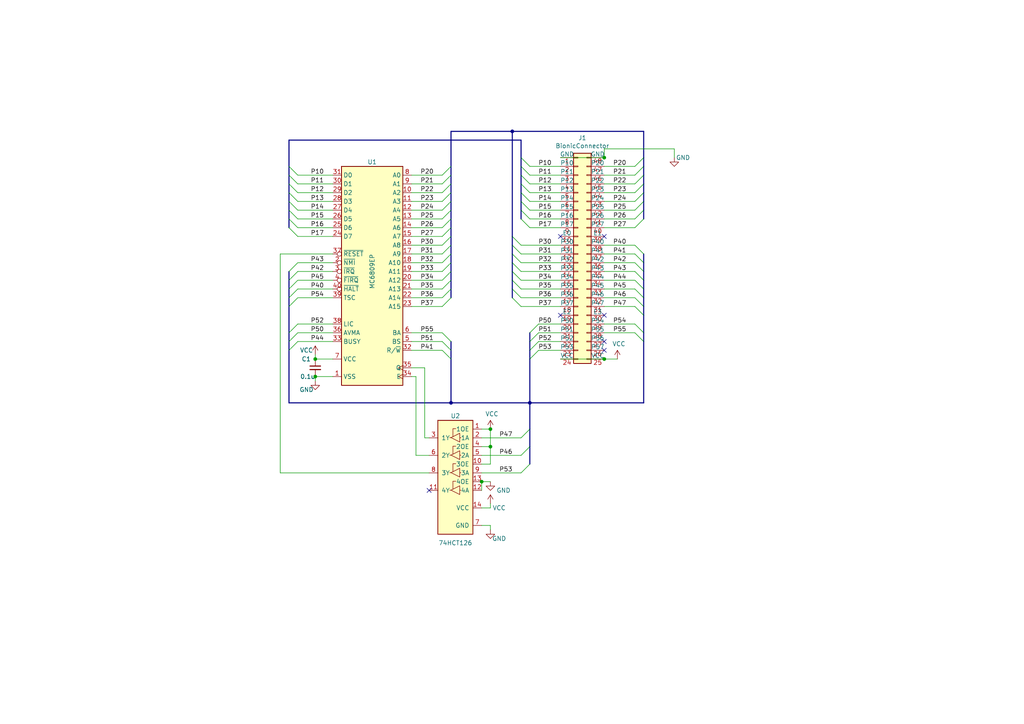
<source format=kicad_sch>
(kicad_sch (version 20211123) (generator eeschema)
  (paper "A4")
  (title_block (title "BionicMC6809E Mezzanine") (date "2022-01-18") (rev "3") (company "Tadashi G. Takaoka"))
  (lib_symbols
    (symbol "0-LocalLibrary:74HCT126" (pin_names (offset 1.016))
      (property "Reference" "U" (at 0 16.51 0))
      (property "Value" "74HCT126" (at 0 -19.05 0))
      (symbol "74HCT126_0_1"
        (polyline (pts (xy -1.2954 10.2108) (xy -1.6002 10.2108)))
        (polyline (pts (xy 1.2954 10.2362) (xy 1.651 10.2362)))
        (polyline (pts (xy 0.7112 10.5664) (xy 0.7112 12.827) (xy -0.127 12.827) (xy -0.1016 12.827)))
      )
      (symbol "74HCT126_1_0"
        (polyline (pts (xy 1.27 10.2362) (xy -1.27 11.5062) (xy -1.27 8.9662) (xy 1.27 10.2362)) (stroke (width 0.1524)))
        (pin input line (at -7.62 12.7 0) (length 2.54) (name "1OE") (number "1"))
        (pin input line (at -7.62 2.54 0) (length 2.54) (name "3OE") (number "10"))
        (pin tri_state line (at 7.62 -5.08 180) (length 2.54) (name "4Y") (number "11"))
        (pin input line (at -7.62 -5.08 0) (length 2.54) (name "4A") (number "12"))
        (pin input line (at -7.62 -2.54 0) (length 2.54) (name "4OE") (number "13"))
        (pin power_in line (at -7.62 -10.16 0) (length 2.54) (name "VCC") (number "14"))
        (pin input line (at -7.62 10.16 0) (length 2.54) (name "1A") (number "2"))
        (pin tri_state line (at 7.62 10.16 180) (length 2.54) (name "1Y") (number "3"))
        (pin input line (at -7.62 7.62 0) (length 2.54) (name "2OE") (number "4"))
        (pin input line (at -7.62 5.08 0) (length 2.54) (name "2A") (number "5"))
        (pin tri_state line (at 7.62 5.08 180) (length 2.54) (name "2Y") (number "6"))
        (pin power_in line (at -7.62 -15.24 0) (length 2.54) (name "GND") (number "7"))
        (pin tri_state line (at 7.62 0 180) (length 2.54) (name "3Y") (number "8"))
        (pin input line (at -7.62 0 0) (length 2.54) (name "3A") (number "9"))
      )
      (symbol "74HCT126_1_1"
        (rectangle (start -5.08 15.24) (end 5.08 -17.78) (stroke (width 0.254)) (fill (type background)))
        (polyline (pts (xy -1.2954 -5.0292) (xy -1.6002 -5.0292)))
        (polyline (pts (xy -1.2954 0.0508) (xy -1.6002 0.0508)))
        (polyline (pts (xy -1.2954 5.1308) (xy -1.6002 5.1308)))
        (polyline (pts (xy 1.2954 -5.0038) (xy 1.651 -5.0038)))
        (polyline (pts (xy 1.2954 0.0762) (xy 1.651 0.0762)))
        (polyline (pts (xy 1.2954 5.1562) (xy 1.651 5.1562)))
        (polyline (pts (xy 0.7112 -4.6736) (xy 0.7112 -2.413) (xy -0.127 -2.413) (xy -0.1016 -2.413)))
        (polyline (pts (xy 0.7112 0.4064) (xy 0.7112 2.667) (xy -0.127 2.667) (xy -0.1016 2.667)))
        (polyline (pts (xy 0.7112 5.4864) (xy 0.7112 7.747) (xy -0.127 7.747) (xy -0.1016 7.747)))
        (polyline (pts (xy 1.27 -5.0038) (xy -1.27 -3.7338) (xy -1.27 -6.2738) (xy 1.27 -5.0038)) (stroke (width 0.1524)))
        (polyline (pts (xy 1.27 0.0762) (xy -1.27 1.3462) (xy -1.27 -1.1938) (xy 1.27 0.0762)) (stroke (width 0.1524)))
        (polyline (pts (xy 1.27 5.1562) (xy -1.27 6.4262) (xy -1.27 3.8862) (xy 1.27 5.1562)) (stroke (width 0.1524)))
      )
    )
    (symbol "0-LocalLibrary:BionicConnector" (pin_names (offset 0))
      (property "Reference" "J" (at 1.27 30.48 0))
      (property "Value" "BionicConnector" (at 3.81 33.02 0))
      (symbol "BionicConnector_1_1"
        (rectangle (start -1.27 -30.353) (end 0 -30.607) (stroke (width 0.1524)))
        (rectangle (start -1.27 -27.813) (end 0 -28.067) (stroke (width 0.1524)))
        (rectangle (start -1.27 -25.273) (end 0 -25.527) (stroke (width 0.1524)))
        (rectangle (start -1.27 -22.733) (end 0 -22.987) (stroke (width 0.1524)))
        (rectangle (start -1.27 -20.193) (end 0 -20.447) (stroke (width 0.1524)))
        (rectangle (start -1.27 -17.653) (end 0 -17.907) (stroke (width 0.1524)))
        (rectangle (start -1.27 -15.113) (end 0 -15.367) (stroke (width 0.1524)))
        (rectangle (start -1.27 -12.573) (end 0 -12.827) (stroke (width 0.1524)))
        (rectangle (start -1.27 -10.033) (end 0 -10.287) (stroke (width 0.1524)))
        (rectangle (start -1.27 -7.493) (end 0 -7.747) (stroke (width 0.1524)))
        (rectangle (start -1.27 -4.953) (end 0 -5.207) (stroke (width 0.1524)))
        (rectangle (start -1.27 -2.413) (end 0 -2.667) (stroke (width 0.1524)))
        (rectangle (start -1.27 0.127) (end 0 -0.127) (stroke (width 0.1524)))
        (rectangle (start -1.27 2.667) (end 0 2.413) (stroke (width 0.1524)))
        (rectangle (start -1.27 5.207) (end 0 4.953) (stroke (width 0.1524)))
        (rectangle (start -1.27 7.747) (end 0 7.493) (stroke (width 0.1524)))
        (rectangle (start -1.27 10.287) (end 0 10.033) (stroke (width 0.1524)))
        (rectangle (start -1.27 12.827) (end 0 12.573) (stroke (width 0.1524)))
        (rectangle (start -1.27 15.367) (end 0 15.113) (stroke (width 0.1524)))
        (rectangle (start -1.27 17.907) (end 0 17.653) (stroke (width 0.1524)))
        (rectangle (start -1.27 20.447) (end 0 20.193) (stroke (width 0.1524)))
        (rectangle (start -1.27 22.987) (end 0 22.733) (stroke (width 0.1524)))
        (rectangle (start -1.27 25.527) (end 0 25.273) (stroke (width 0.1524)))
        (rectangle (start -1.27 28.067) (end 0 27.813) (stroke (width 0.1524)))
        (rectangle (start -1.27 29.21) (end 3.81 -31.75) (stroke (width 0.254)) (fill (type background)))
        (rectangle (start 3.81 -30.353) (end 2.54 -30.607) (stroke (width 0.1524)))
        (rectangle (start 3.81 -27.813) (end 2.54 -28.067) (stroke (width 0.1524)))
        (rectangle (start 3.81 -25.273) (end 2.54 -25.527) (stroke (width 0.1524)))
        (rectangle (start 3.81 -22.733) (end 2.54 -22.987) (stroke (width 0.1524)))
        (rectangle (start 3.81 -20.193) (end 2.54 -20.447) (stroke (width 0.1524)))
        (rectangle (start 3.81 -17.653) (end 2.54 -17.907) (stroke (width 0.1524)))
        (rectangle (start 3.81 -15.113) (end 2.54 -15.367) (stroke (width 0.1524)))
        (rectangle (start 3.81 -12.573) (end 2.54 -12.827) (stroke (width 0.1524)))
        (rectangle (start 3.81 -10.033) (end 2.54 -10.287) (stroke (width 0.1524)))
        (rectangle (start 3.81 -7.493) (end 2.54 -7.747) (stroke (width 0.1524)))
        (rectangle (start 3.81 -4.953) (end 2.54 -5.207) (stroke (width 0.1524)))
        (rectangle (start 3.81 -2.413) (end 2.54 -2.667) (stroke (width 0.1524)))
        (rectangle (start 3.81 0.127) (end 2.54 -0.127) (stroke (width 0.1524)))
        (rectangle (start 3.81 2.667) (end 2.54 2.413) (stroke (width 0.1524)))
        (rectangle (start 3.81 5.207) (end 2.54 4.953) (stroke (width 0.1524)))
        (rectangle (start 3.81 7.747) (end 2.54 7.493) (stroke (width 0.1524)))
        (rectangle (start 3.81 10.287) (end 2.54 10.033) (stroke (width 0.1524)))
        (rectangle (start 3.81 12.827) (end 2.54 12.573) (stroke (width 0.1524)))
        (rectangle (start 3.81 15.367) (end 2.54 15.113) (stroke (width 0.1524)))
        (rectangle (start 3.81 17.907) (end 2.54 17.653) (stroke (width 0.1524)))
        (rectangle (start 3.81 20.447) (end 2.54 20.193) (stroke (width 0.1524)))
        (rectangle (start 3.81 22.987) (end 2.54 22.733) (stroke (width 0.1524)))
        (rectangle (start 3.81 25.527) (end 2.54 25.273) (stroke (width 0.1524)))
        (rectangle (start 3.81 28.067) (end 2.54 27.813) (stroke (width 0.1524)))
        (pin power_out line (at -5.08 27.94 0) (length 3.81) (name "GND") (number "1"))
        (pin bidirectional line (at -5.08 5.08 0) (length 3.81) (name "E0") (number "10"))
        (pin bidirectional line (at -5.08 2.54 0) (length 3.81) (name "P30") (number "11"))
        (pin bidirectional line (at -5.08 0 0) (length 3.81) (name "P31") (number "12"))
        (pin bidirectional line (at -5.08 -2.54 0) (length 3.81) (name "P32") (number "13"))
        (pin bidirectional line (at -5.08 -5.08 0) (length 3.81) (name "P33") (number "14"))
        (pin bidirectional line (at -5.08 -7.62 0) (length 3.81) (name "P34") (number "15"))
        (pin bidirectional line (at -5.08 -10.16 0) (length 3.81) (name "P35") (number "16"))
        (pin bidirectional line (at -5.08 -12.7 0) (length 3.81) (name "P36") (number "17"))
        (pin bidirectional line (at -5.08 -15.24 0) (length 3.81) (name "P37") (number "18"))
        (pin bidirectional line (at -5.08 -17.78 0) (length 3.81) (name "E2") (number "19"))
        (pin bidirectional line (at -5.08 25.4 0) (length 3.81) (name "P10") (number "2"))
        (pin bidirectional line (at -5.08 -20.32 0) (length 3.81) (name "P50") (number "20"))
        (pin bidirectional line (at -5.08 -22.86 0) (length 3.81) (name "P51") (number "21"))
        (pin bidirectional line (at -5.08 -25.4 0) (length 3.81) (name "P52") (number "22"))
        (pin bidirectional line (at -5.08 -27.94 0) (length 3.81) (name "P53") (number "23"))
        (pin power_out line (at -5.08 -30.48 0) (length 3.81) (name "VCC") (number "24"))
        (pin power_in line (at 7.62 -30.48 180) (length 3.81) (name "VCC") (number "25"))
        (pin bidirectional line (at 7.62 -27.94 180) (length 3.81) (name "P57") (number "26"))
        (pin bidirectional line (at 7.62 -25.4 180) (length 3.81) (name "P56") (number "27"))
        (pin bidirectional line (at 7.62 -22.86 180) (length 3.81) (name "P55") (number "28"))
        (pin bidirectional line (at 7.62 -20.32 180) (length 3.81) (name "P54") (number "29"))
        (pin bidirectional line (at -5.08 22.86 0) (length 3.81) (name "P11") (number "3"))
        (pin bidirectional line (at 7.62 -17.78 180) (length 3.81) (name "E3") (number "30"))
        (pin bidirectional line (at 7.62 -15.24 180) (length 3.81) (name "P47") (number "31"))
        (pin bidirectional line (at 7.62 -12.7 180) (length 3.81) (name "P46") (number "32"))
        (pin bidirectional line (at 7.62 -10.16 180) (length 3.81) (name "P45") (number "33"))
        (pin bidirectional line (at 7.62 -7.62 180) (length 3.81) (name "P44") (number "34"))
        (pin bidirectional line (at 7.62 -5.08 180) (length 3.81) (name "P43") (number "35"))
        (pin bidirectional line (at 7.62 -2.54 180) (length 3.81) (name "P42") (number "36"))
        (pin bidirectional line (at 7.62 0 180) (length 3.81) (name "P41") (number "37"))
        (pin bidirectional line (at 7.62 2.54 180) (length 3.81) (name "P40") (number "38"))
        (pin bidirectional line (at 7.62 5.08 180) (length 3.81) (name "E1") (number "39"))
        (pin bidirectional line (at -5.08 20.32 0) (length 3.81) (name "P12") (number "4"))
        (pin bidirectional line (at 7.62 7.62 180) (length 3.81) (name "P27") (number "40"))
        (pin bidirectional line (at 7.62 10.16 180) (length 3.81) (name "P26") (number "41"))
        (pin bidirectional line (at 7.62 12.7 180) (length 3.81) (name "P25") (number "42"))
        (pin bidirectional line (at 7.62 15.24 180) (length 3.81) (name "P24") (number "43"))
        (pin bidirectional line (at 7.62 17.78 180) (length 3.81) (name "P23") (number "44"))
        (pin bidirectional line (at 7.62 20.32 180) (length 3.81) (name "P22") (number "45"))
        (pin bidirectional line (at 7.62 22.86 180) (length 3.81) (name "P21") (number "46"))
        (pin bidirectional line (at 7.62 25.4 180) (length 3.81) (name "P20") (number "47"))
        (pin power_in line (at 7.62 27.94 180) (length 3.81) (name "GND") (number "48"))
        (pin bidirectional line (at -5.08 17.78 0) (length 3.81) (name "P13") (number "5"))
        (pin bidirectional line (at -5.08 15.24 0) (length 3.81) (name "P14") (number "6"))
        (pin bidirectional line (at -5.08 12.7 0) (length 3.81) (name "P15") (number "7"))
        (pin bidirectional line (at -5.08 10.16 0) (length 3.81) (name "P16") (number "8"))
        (pin bidirectional line (at -5.08 7.62 0) (length 3.81) (name "P17") (number "9"))
      )
    )
    (symbol "0-LocalLibrary:MC6809EP"
      (property "Reference" "U" (at 0 31.75 0))
      (property "Value" "MC6809EP" (at 0 5.08 90))
      (symbol "MC6809EP_0_1"
        (rectangle (start -8.89 -33.02) (end 8.89 30.48) (stroke (width 0.254)) (fill (type background)))
      )
      (symbol "MC6809EP_1_1"
        (pin power_in line (at -11.43 -30.48 0) (length 2.54) (name "VSS") (number "1"))
        (pin output line (at 11.43 22.86 180) (length 2.54) (name "A2") (number "10"))
        (pin output line (at 11.43 20.32 180) (length 2.54) (name "A3") (number "11"))
        (pin output line (at 11.43 17.78 180) (length 2.54) (name "A4") (number "12"))
        (pin output line (at 11.43 15.24 180) (length 2.54) (name "A5") (number "13"))
        (pin output line (at 11.43 12.7 180) (length 2.54) (name "A6") (number "14"))
        (pin output line (at 11.43 10.16 180) (length 2.54) (name "A7") (number "15"))
        (pin output line (at 11.43 7.62 180) (length 2.54) (name "A8") (number "16"))
        (pin output line (at 11.43 5.08 180) (length 2.54) (name "A9") (number "17"))
        (pin output line (at 11.43 2.54 180) (length 2.54) (name "A10") (number "18"))
        (pin output line (at 11.43 0 180) (length 2.54) (name "A11") (number "19"))
        (pin input inverted (at -11.43 2.54 0) (length 2.54) (name "~{NMI}") (number "2"))
        (pin output line (at 11.43 -2.54 180) (length 2.54) (name "A12") (number "20"))
        (pin output line (at 11.43 -5.08 180) (length 2.54) (name "A13") (number "21"))
        (pin output line (at 11.43 -7.62 180) (length 2.54) (name "A14") (number "22"))
        (pin output line (at 11.43 -10.16 180) (length 2.54) (name "A15") (number "23"))
        (pin bidirectional line (at -11.43 10.16 0) (length 2.54) (name "D7") (number "24"))
        (pin bidirectional line (at -11.43 12.7 0) (length 2.54) (name "D6") (number "25"))
        (pin bidirectional line (at -11.43 15.24 0) (length 2.54) (name "D5") (number "26"))
        (pin bidirectional line (at -11.43 17.78 0) (length 2.54) (name "D4") (number "27"))
        (pin bidirectional line (at -11.43 20.32 0) (length 2.54) (name "D3") (number "28"))
        (pin bidirectional line (at -11.43 22.86 0) (length 2.54) (name "D2") (number "29"))
        (pin input inverted (at -11.43 0 0) (length 2.54) (name "~{IRQ}") (number "3"))
        (pin bidirectional line (at -11.43 25.4 0) (length 2.54) (name "D1") (number "30"))
        (pin bidirectional line (at -11.43 27.94 0) (length 2.54) (name "D0") (number "31"))
        (pin output line (at 11.43 -22.86 180) (length 2.54) (name "R/~{W}") (number "32"))
        (pin output line (at -11.43 -20.32 0) (length 2.54) (name "BUSY") (number "33"))
        (pin input clock (at 11.43 -30.48 180) (length 2.54) (name "E") (number "34"))
        (pin input clock (at 11.43 -27.94 180) (length 2.54) (name "Q") (number "35"))
        (pin output line (at -11.43 -17.78 0) (length 2.54) (name "AVMA") (number "36"))
        (pin input inverted (at -11.43 5.08 0) (length 2.54) (name "~{RESET}") (number "37"))
        (pin output line (at -11.43 -15.24 0) (length 2.54) (name "LIC") (number "38"))
        (pin input line (at -11.43 -7.62 0) (length 2.54) (name "TSC") (number "39"))
        (pin input inverted (at -11.43 -2.54 0) (length 2.54) (name "~{FIRQ}") (number "4"))
        (pin input inverted (at -11.43 -5.08 0) (length 2.54) (name "~{HALT}") (number "40"))
        (pin output line (at 11.43 -20.32 180) (length 2.54) (name "BS") (number "5"))
        (pin output line (at 11.43 -17.78 180) (length 2.54) (name "BA") (number "6"))
        (pin power_in line (at -11.43 -25.4 0) (length 2.54) (name "VCC") (number "7"))
        (pin output line (at 11.43 27.94 180) (length 2.54) (name "A0") (number "8"))
        (pin output line (at 11.43 25.4 180) (length 2.54) (name "A1") (number "9"))
      )
    )
    (symbol "Device:C_Small" (pin_numbers hide) (pin_names (offset 0.254) hide)
      (property "Reference" "C" (at 0.254 1.778 0))
      (property "Value" "C_Small" (at 0.254 -2.032 0))
      (symbol "C_Small_0_1"
        (polyline (pts (xy -1.524 -0.508) (xy 1.524 -0.508)) (stroke (width 0.3302)))
        (polyline (pts (xy -1.524 0.508) (xy 1.524 0.508)) (stroke (width 0.3048)))
      )
      (symbol "C_Small_1_1"
        (pin passive line (at 0 2.54 270) (length 2.032) (name "~") (number "1"))
        (pin passive line (at 0 -2.54 90) (length 2.032) (name "~") (number "2"))
      )
    )
    (symbol "power:GND" (power) (pin_names (offset 0))
      (property "Value" "GND" (at 0 -3.81 0))
      (symbol "GND_0_1"
        (polyline (pts (xy 0 0) (xy 0 -1.27) (xy 1.27 -1.27) (xy 0 -2.54) (xy -1.27 -1.27) (xy 0 -1.27)))
      )
      (symbol "GND_1_1"
        (pin power_in line (at 0 0 270) (length 0) hide (name "GND") (number "1"))
      )
    )
    (symbol "power:VCC" (power) (pin_names (offset 0))
      (property "Value" "VCC" (at 0 3.81 0))
      (symbol "VCC_0_1"
        (polyline (pts (xy -0.762 1.27) (xy 0 2.54)))
        (polyline (pts (xy 0 0) (xy 0 2.54)))
        (polyline (pts (xy 0 2.54) (xy 0.762 1.27)))
      )
      (symbol "VCC_1_1"
        (pin power_in line (at 0 0 90) (length 0) hide (name "VCC") (number "1"))
      )
    )
  )
  (junction (at 130.81 116.84))
  (junction (at 175.26 45.72))
  (junction (at 139.7 139.7))
  (junction (at 153.67 116.84))
  (junction (at 175.26 104.14))
  (junction (at 91.44 104.14))
  (junction (at 148.59 38.1))
  (junction (at 142.24 124.46))
  (junction (at 91.44 109.22))
  (junction (at 142.24 129.54))
  (no_connect (at 162.56 91.44))
  (no_connect (at 175.26 99.06))
  (no_connect (at 162.56 68.58))
  (no_connect (at 124.46 142.24))
  (no_connect (at 175.26 68.58))
  (no_connect (at 175.26 91.44))
  (no_connect (at 175.26 101.6))
  (bus_entry (at 130.81 53.34) (size -2.54 2.54))
  (bus_entry (at 184.15 76.2) (size 2.54 2.54))
  (bus_entry (at 130.81 104.14) (size -2.54 -2.54))
  (bus_entry (at 148.59 86.36) (size 2.54 2.54))
  (bus_entry (at 153.67 124.46) (size -2.54 2.54))
  (bus_entry (at 130.81 55.88) (size -2.54 2.54))
  (bus_entry (at 130.81 99.06) (size -2.54 -2.54))
  (bus_entry (at 156.21 101.6) (size -2.54 2.54))
  (bus_entry (at 83.82 88.9) (size 2.54 -2.54))
  (bus_entry (at 130.81 63.5) (size -2.54 2.54))
  (bus_entry (at 186.69 58.42) (size -2.54 2.54))
  (bus_entry (at 186.69 55.88) (size -2.54 2.54))
  (bus_entry (at 130.81 66.04) (size -2.54 2.54))
  (bus_entry (at 153.67 53.34) (size -2.54 -2.54))
  (bus_entry (at 86.36 55.88) (size -2.54 -2.54))
  (bus_entry (at 186.69 45.72) (size -2.54 2.54))
  (bus_entry (at 153.67 58.42) (size -2.54 -2.54))
  (bus_entry (at 83.82 99.06) (size 2.54 -2.54))
  (bus_entry (at 128.27 76.2) (size 2.54 -2.54))
  (bus_entry (at 184.15 86.36) (size 2.54 2.54))
  (bus_entry (at 86.36 53.34) (size -2.54 -2.54))
  (bus_entry (at 128.27 83.82) (size 2.54 -2.54))
  (bus_entry (at 128.27 71.12) (size 2.54 -2.54))
  (bus_entry (at 148.59 81.28) (size 2.54 2.54))
  (bus_entry (at 153.67 50.8) (size -2.54 -2.54))
  (bus_entry (at 86.36 60.96) (size -2.54 -2.54))
  (bus_entry (at 184.15 88.9) (size 2.54 2.54))
  (bus_entry (at 128.27 99.06) (size 2.54 2.54))
  (bus_entry (at 153.67 96.52) (size 2.54 -2.54))
  (bus_entry (at 184.15 78.74) (size 2.54 2.54))
  (bus_entry (at 153.67 48.26) (size -2.54 -2.54))
  (bus_entry (at 86.36 58.42) (size -2.54 -2.54))
  (bus_entry (at 148.59 78.74) (size 2.54 2.54))
  (bus_entry (at 83.82 101.6) (size 2.54 -2.54))
  (bus_entry (at 128.27 73.66) (size 2.54 -2.54))
  (bus_entry (at 130.81 60.96) (size -2.54 2.54))
  (bus_entry (at 186.69 60.96) (size -2.54 2.54))
  (bus_entry (at 86.36 76.2) (size -2.54 2.54))
  (bus_entry (at 184.15 73.66) (size 2.54 2.54))
  (bus_entry (at 153.67 101.6) (size 2.54 -2.54))
  (bus_entry (at 86.36 81.28) (size -2.54 2.54))
  (bus_entry (at 86.36 78.74) (size -2.54 2.54))
  (bus_entry (at 184.15 81.28) (size 2.54 2.54))
  (bus_entry (at 184.15 96.52) (size 2.54 2.54))
  (bus_entry (at 153.67 66.04) (size -2.54 -2.54))
  (bus_entry (at 86.36 66.04) (size -2.54 -2.54))
  (bus_entry (at 148.59 73.66) (size 2.54 2.54))
  (bus_entry (at 130.81 50.8) (size -2.54 2.54))
  (bus_entry (at 128.27 78.74) (size 2.54 -2.54))
  (bus_entry (at 86.36 50.8) (size -2.54 -2.54))
  (bus_entry (at 186.69 50.8) (size -2.54 2.54))
  (bus_entry (at 148.59 71.12) (size 2.54 2.54))
  (bus_entry (at 153.67 60.96) (size -2.54 -2.54))
  (bus_entry (at 186.69 53.34) (size -2.54 2.54))
  (bus_entry (at 151.13 71.12) (size -2.54 -2.54))
  (bus_entry (at 153.67 63.5) (size -2.54 -2.54))
  (bus_entry (at 184.15 71.12) (size 2.54 2.54))
  (bus_entry (at 153.67 134.62) (size -2.54 2.54))
  (bus_entry (at 153.67 99.06) (size 2.54 -2.54))
  (bus_entry (at 148.59 76.2) (size 2.54 2.54))
  (bus_entry (at 184.15 93.98) (size 2.54 2.54))
  (bus_entry (at 130.81 48.26) (size -2.54 2.54))
  (bus_entry (at 184.15 83.82) (size 2.54 2.54))
  (bus_entry (at 128.27 86.36) (size 2.54 -2.54))
  (bus_entry (at 128.27 88.9) (size 2.54 -2.54))
  (bus_entry (at 186.69 63.5) (size -2.54 2.54))
  (bus_entry (at 86.36 83.82) (size -2.54 2.54))
  (bus_entry (at 186.69 48.26) (size -2.54 2.54))
  (bus_entry (at 148.59 83.82) (size 2.54 2.54))
  (bus_entry (at 130.81 58.42) (size -2.54 2.54))
  (bus_entry (at 86.36 68.58) (size -2.54 -2.54))
  (bus_entry (at 86.36 63.5) (size -2.54 -2.54))
  (bus_entry (at 153.67 55.88) (size -2.54 -2.54))
  (bus_entry (at 153.67 129.54) (size -2.54 2.54))
  (bus_entry (at 128.27 81.28) (size 2.54 -2.54))
  (bus_entry (at 83.82 96.52) (size 2.54 -2.54))
  (bus (pts (xy 130.81 104.14) (xy 130.81 116.84)))
  (bus (pts (xy 130.81 83.82) (xy 130.81 86.36)))
  (wire (pts (xy 123.19 106.68) (xy 123.19 127)))
  (bus (pts (xy 151.13 58.42) (xy 151.13 60.96)))
  (wire (pts (xy 151.13 88.9) (xy 162.56 88.9)))
  (wire (pts (xy 139.7 137.16) (xy 151.13 137.16)))
  (wire (pts (xy 96.52 58.42) (xy 86.36 58.42)))
  (wire (pts (xy 142.24 124.46) (xy 142.24 129.54)))
  (bus (pts (xy 151.13 45.72) (xy 151.13 48.26)))
  (wire (pts (xy 162.56 76.2) (xy 151.13 76.2)))
  (wire (pts (xy 175.26 60.96) (xy 184.15 60.96)))
  (wire (pts (xy 162.56 48.26) (xy 153.67 48.26)))
  (wire (pts (xy 119.38 68.58) (xy 128.27 68.58)))
  (wire (pts (xy 162.56 93.98) (xy 156.21 93.98)))
  (bus (pts (xy 130.81 101.6) (xy 130.81 104.14)))
  (bus (pts (xy 186.69 86.36) (xy 186.69 88.9)))
  (bus (pts (xy 130.81 63.5) (xy 130.81 66.04)))
  (wire (pts (xy 86.36 86.36) (xy 96.52 86.36)))
  (bus (pts (xy 186.69 76.2) (xy 186.69 78.74)))
  (bus (pts (xy 83.82 50.8) (xy 83.82 53.34)))
  (bus (pts (xy 83.82 40.64) (xy 83.82 48.26)))
  (wire (pts (xy 142.24 153.67) (xy 142.24 152.4)))
  (bus (pts (xy 83.82 83.82) (xy 83.82 86.36)))
  (bus (pts (xy 186.69 99.06) (xy 186.69 116.84)))
  (bus (pts (xy 186.69 45.72) (xy 186.69 48.26)))
  (wire (pts (xy 139.7 142.24) (xy 139.7 139.7)))
  (wire (pts (xy 139.7 132.08) (xy 151.13 132.08)))
  (wire (pts (xy 91.44 110.49) (xy 91.44 109.22)))
  (wire (pts (xy 119.38 101.6) (xy 128.27 101.6)))
  (wire (pts (xy 175.26 43.18) (xy 175.26 45.72)))
  (bus (pts (xy 148.59 81.28) (xy 148.59 83.82)))
  (wire (pts (xy 96.52 83.82) (xy 86.36 83.82)))
  (bus (pts (xy 130.81 48.26) (xy 130.81 50.8)))
  (wire (pts (xy 175.26 104.14) (xy 179.07 104.14)))
  (bus (pts (xy 186.69 55.88) (xy 186.69 58.42)))
  (wire (pts (xy 119.38 58.42) (xy 128.27 58.42)))
  (wire (pts (xy 119.38 83.82) (xy 128.27 83.82)))
  (bus (pts (xy 83.82 101.6) (xy 83.82 116.84)))
  (wire (pts (xy 175.26 55.88) (xy 184.15 55.88)))
  (wire (pts (xy 91.44 104.14) (xy 91.44 102.87)))
  (bus (pts (xy 130.81 116.84) (xy 153.67 116.84)))
  (wire (pts (xy 175.26 63.5) (xy 184.15 63.5)))
  (wire (pts (xy 142.24 129.54) (xy 142.24 134.62)))
  (bus (pts (xy 83.82 81.28) (xy 83.82 83.82)))
  (wire (pts (xy 86.36 93.98) (xy 96.52 93.98)))
  (wire (pts (xy 142.24 129.54) (xy 139.7 129.54)))
  (bus (pts (xy 130.81 60.96) (xy 130.81 63.5)))
  (bus (pts (xy 186.69 50.8) (xy 186.69 53.34)))
  (wire (pts (xy 162.56 99.06) (xy 156.21 99.06)))
  (bus (pts (xy 83.82 60.96) (xy 83.82 63.5)))
  (wire (pts (xy 162.56 78.74) (xy 151.13 78.74)))
  (wire (pts (xy 139.7 127) (xy 151.13 127)))
  (bus (pts (xy 83.82 86.36) (xy 83.82 88.9)))
  (bus (pts (xy 148.59 71.12) (xy 148.59 73.66)))
  (bus (pts (xy 83.82 40.64) (xy 151.13 40.64)))
  (bus (pts (xy 153.67 116.84) (xy 153.67 124.46)))
  (wire (pts (xy 175.26 96.52) (xy 184.15 96.52)))
  (wire (pts (xy 175.26 71.12) (xy 184.15 71.12)))
  (wire (pts (xy 162.56 96.52) (xy 156.21 96.52)))
  (bus (pts (xy 153.67 129.54) (xy 153.67 134.62)))
  (bus (pts (xy 130.81 38.1) (xy 130.81 48.26)))
  (wire (pts (xy 175.26 93.98) (xy 184.15 93.98)))
  (wire (pts (xy 96.52 99.06) (xy 86.36 99.06)))
  (bus (pts (xy 148.59 73.66) (xy 148.59 76.2)))
  (wire (pts (xy 162.56 50.8) (xy 153.67 50.8)))
  (bus (pts (xy 83.82 58.42) (xy 83.82 60.96)))
  (bus (pts (xy 83.82 63.5) (xy 83.82 66.04)))
  (wire (pts (xy 162.56 45.72) (xy 175.26 45.72)))
  (wire (pts (xy 175.26 48.26) (xy 184.15 48.26)))
  (wire (pts (xy 162.56 71.12) (xy 151.13 71.12)))
  (bus (pts (xy 148.59 38.1) (xy 148.59 68.58)))
  (wire (pts (xy 162.56 60.96) (xy 153.67 60.96)))
  (bus (pts (xy 186.69 48.26) (xy 186.69 50.8)))
  (wire (pts (xy 120.65 109.22) (xy 120.65 132.08)))
  (bus (pts (xy 186.69 96.52) (xy 186.69 99.06)))
  (bus (pts (xy 186.69 38.1) (xy 186.69 45.72)))
  (bus (pts (xy 130.81 76.2) (xy 130.81 78.74)))
  (wire (pts (xy 86.36 96.52) (xy 96.52 96.52)))
  (bus (pts (xy 130.81 81.28) (xy 130.81 83.82)))
  (bus (pts (xy 153.67 124.46) (xy 153.67 129.54)))
  (bus (pts (xy 130.81 66.04) (xy 130.81 68.58)))
  (bus (pts (xy 148.59 83.82) (xy 148.59 86.36)))
  (wire (pts (xy 96.52 63.5) (xy 86.36 63.5)))
  (wire (pts (xy 119.38 55.88) (xy 128.27 55.88)))
  (bus (pts (xy 153.67 96.52) (xy 153.67 99.06)))
  (wire (pts (xy 175.26 88.9) (xy 184.15 88.9)))
  (wire (pts (xy 96.52 60.96) (xy 86.36 60.96)))
  (wire (pts (xy 175.26 78.74) (xy 184.15 78.74)))
  (wire (pts (xy 195.58 43.18) (xy 195.58 45.72)))
  (bus (pts (xy 83.82 53.34) (xy 83.82 55.88)))
  (wire (pts (xy 162.56 55.88) (xy 153.67 55.88)))
  (bus (pts (xy 130.81 38.1) (xy 148.59 38.1)))
  (bus (pts (xy 130.81 73.66) (xy 130.81 76.2)))
  (wire (pts (xy 119.38 66.04) (xy 128.27 66.04)))
  (wire (pts (xy 162.56 81.28) (xy 151.13 81.28)))
  (wire (pts (xy 139.7 139.7) (xy 142.24 139.7)))
  (bus (pts (xy 153.67 99.06) (xy 153.67 101.6)))
  (wire (pts (xy 119.38 60.96) (xy 128.27 60.96)))
  (bus (pts (xy 130.81 71.12) (xy 130.81 73.66)))
  (bus (pts (xy 153.67 104.14) (xy 153.67 116.84)))
  (bus (pts (xy 186.69 78.74) (xy 186.69 81.28)))
  (bus (pts (xy 83.82 88.9) (xy 83.82 96.52)))
  (wire (pts (xy 96.52 55.88) (xy 86.36 55.88)))
  (bus (pts (xy 186.69 88.9) (xy 186.69 91.44)))
  (bus (pts (xy 130.81 78.74) (xy 130.81 81.28)))
  (bus (pts (xy 83.82 55.88) (xy 83.82 58.42)))
  (bus (pts (xy 186.69 58.42) (xy 186.69 60.96)))
  (bus (pts (xy 83.82 99.06) (xy 83.82 101.6)))
  (bus (pts (xy 130.81 53.34) (xy 130.81 55.88)))
  (wire (pts (xy 162.56 58.42) (xy 153.67 58.42)))
  (wire (pts (xy 119.38 71.12) (xy 128.27 71.12)))
  (wire (pts (xy 162.56 83.82) (xy 151.13 83.82)))
  (wire (pts (xy 142.24 147.32) (xy 139.7 147.32)))
  (wire (pts (xy 175.26 53.34) (xy 184.15 53.34)))
  (bus (pts (xy 83.82 96.52) (xy 83.82 99.06)))
  (wire (pts (xy 162.56 63.5) (xy 153.67 63.5)))
  (wire (pts (xy 96.52 68.58) (xy 86.36 68.58)))
  (wire (pts (xy 119.38 76.2) (xy 128.27 76.2)))
  (wire (pts (xy 162.56 53.34) (xy 153.67 53.34)))
  (wire (pts (xy 120.65 132.08) (xy 124.46 132.08)))
  (wire (pts (xy 128.27 96.52) (xy 119.38 96.52)))
  (bus (pts (xy 130.81 50.8) (xy 130.81 53.34)))
  (bus (pts (xy 186.69 83.82) (xy 186.69 86.36)))
  (bus (pts (xy 153.67 116.84) (xy 186.69 116.84)))
  (wire (pts (xy 175.26 83.82) (xy 184.15 83.82)))
  (wire (pts (xy 142.24 134.62) (xy 139.7 134.62)))
  (wire (pts (xy 119.38 88.9) (xy 128.27 88.9)))
  (wire (pts (xy 175.26 76.2) (xy 184.15 76.2)))
  (bus (pts (xy 148.59 78.74) (xy 148.59 81.28)))
  (bus (pts (xy 148.59 68.58) (xy 148.59 71.12)))
  (wire (pts (xy 96.52 81.28) (xy 86.36 81.28)))
  (wire (pts (xy 142.24 147.32) (xy 142.24 146.05)))
  (wire (pts (xy 119.38 109.22) (xy 120.65 109.22)))
  (wire (pts (xy 175.26 73.66) (xy 184.15 73.66)))
  (bus (pts (xy 83.82 78.74) (xy 83.82 81.28)))
  (wire (pts (xy 86.36 76.2) (xy 96.52 76.2)))
  (bus (pts (xy 151.13 53.34) (xy 151.13 55.88)))
  (bus (pts (xy 130.81 58.42) (xy 130.81 60.96)))
  (bus (pts (xy 186.69 73.66) (xy 186.69 76.2)))
  (wire (pts (xy 91.44 109.22) (xy 96.52 109.22)))
  (wire (pts (xy 96.52 50.8) (xy 86.36 50.8)))
  (wire (pts (xy 175.26 66.04) (xy 184.15 66.04)))
  (bus (pts (xy 83.82 116.84) (xy 130.81 116.84)))
  (wire (pts (xy 81.28 73.66) (xy 96.52 73.66)))
  (wire (pts (xy 81.28 73.66) (xy 81.28 137.16)))
  (wire (pts (xy 162.56 66.04) (xy 153.67 66.04)))
  (wire (pts (xy 119.38 86.36) (xy 128.27 86.36)))
  (bus (pts (xy 148.59 38.1) (xy 186.69 38.1)))
  (bus (pts (xy 151.13 50.8) (xy 151.13 53.34)))
  (wire (pts (xy 139.7 124.46) (xy 142.24 124.46)))
  (bus (pts (xy 151.13 60.96) (xy 151.13 63.5)))
  (wire (pts (xy 119.38 53.34) (xy 128.27 53.34)))
  (wire (pts (xy 86.36 78.74) (xy 96.52 78.74)))
  (bus (pts (xy 186.69 91.44) (xy 186.69 96.52)))
  (wire (pts (xy 175.26 43.18) (xy 195.58 43.18)))
  (wire (pts (xy 96.52 66.04) (xy 86.36 66.04)))
  (bus (pts (xy 130.81 99.06) (xy 130.81 101.6)))
  (bus (pts (xy 186.69 81.28) (xy 186.69 83.82)))
  (bus (pts (xy 151.13 55.88) (xy 151.13 58.42)))
  (wire (pts (xy 119.38 73.66) (xy 128.27 73.66)))
  (bus (pts (xy 130.81 68.58) (xy 130.81 71.12)))
  (wire (pts (xy 119.38 81.28) (xy 128.27 81.28)))
  (bus (pts (xy 186.69 53.34) (xy 186.69 55.88)))
  (wire (pts (xy 139.7 152.4) (xy 142.24 152.4)))
  (bus (pts (xy 151.13 48.26) (xy 151.13 50.8)))
  (wire (pts (xy 128.27 99.06) (xy 119.38 99.06)))
  (wire (pts (xy 151.13 86.36) (xy 162.56 86.36)))
  (wire (pts (xy 119.38 63.5) (xy 128.27 63.5)))
  (wire (pts (xy 162.56 104.14) (xy 175.26 104.14)))
  (wire (pts (xy 91.44 104.14) (xy 96.52 104.14)))
  (bus (pts (xy 186.69 60.96) (xy 186.69 63.5)))
  (wire (pts (xy 175.26 81.28) (xy 184.15 81.28)))
  (bus (pts (xy 83.82 48.26) (xy 83.82 50.8)))
  (wire (pts (xy 81.28 137.16) (xy 124.46 137.16)))
  (bus (pts (xy 130.81 55.88) (xy 130.81 58.42)))
  (bus (pts (xy 151.13 40.64) (xy 151.13 45.72)))
  (wire (pts (xy 175.26 86.36) (xy 184.15 86.36)))
  (wire (pts (xy 123.19 106.68) (xy 119.38 106.68)))
  (wire (pts (xy 96.52 53.34) (xy 86.36 53.34)))
  (wire (pts (xy 156.21 101.6) (xy 162.56 101.6)))
  (wire (pts (xy 175.26 50.8) (xy 184.15 50.8)))
  (wire (pts (xy 123.19 127) (xy 124.46 127)))
  (bus (pts (xy 153.67 101.6) (xy 153.67 104.14)))
  (bus (pts (xy 148.59 76.2) (xy 148.59 78.74)))
  (wire (pts (xy 175.26 58.42) (xy 184.15 58.42)))
  (wire (pts (xy 119.38 78.74) (xy 128.27 78.74)))
  (wire (pts (xy 162.56 73.66) (xy 151.13 73.66)))
  (wire (pts (xy 119.38 50.8) (xy 128.27 50.8)))
  (label "P50" (at 93.98 96.52 180))
  (label "P50" (at 160.02 93.98 180))
  (label "P13" (at 160.02 55.88 180))
  (label "P43" (at 177.8 78.74 0))
  (label "P22" (at 177.8 53.34 0))
  (label "P33" (at 160.02 78.74 180))
  (label "P55" (at 177.8 96.52 0))
  (label "P23" (at 121.92 58.42 0))
  (label "P22" (at 121.92 55.88 0))
  (label "P27" (at 121.92 68.58 0))
  (label "P37" (at 121.92 88.9 0))
  (label "P26" (at 177.8 63.5 0))
  (label "P31" (at 121.92 73.66 0))
  (label "P36" (at 160.02 86.36 180))
  (label "P20" (at 177.8 48.26 0))
  (label "P26" (at 121.92 66.04 0))
  (label "P24" (at 121.92 60.96 0))
  (label "P51" (at 160.02 96.52 180))
  (label "P40" (at 93.98 83.82 180))
  (label "P16" (at 93.98 66.04 180))
  (label "P34" (at 121.92 81.28 0))
  (label "P25" (at 177.8 60.96 0))
  (label "P44" (at 93.98 99.06 180))
  (label "P23" (at 177.8 55.88 0))
  (label "P25" (at 121.92 63.5 0))
  (label "P21" (at 121.92 53.34 0))
  (label "P42" (at 93.98 78.74 180))
  (label "P53" (at 160.02 101.6 180))
  (label "P11" (at 93.98 53.34 180))
  (label "P41" (at 177.8 73.66 0))
  (label "P12" (at 160.02 53.34 180))
  (label "P12" (at 93.98 55.88 180))
  (label "P21" (at 177.8 50.8 0))
  (label "P36" (at 121.92 86.36 0))
  (label "P32" (at 121.92 76.2 0))
  (label "P31" (at 160.02 73.66 180))
  (label "P17" (at 93.98 68.58 180))
  (label "P43" (at 93.98 76.2 180))
  (label "P10" (at 93.98 50.8 180))
  (label "P15" (at 93.98 63.5 180))
  (label "P34" (at 160.02 81.28 180))
  (label "P55" (at 121.92 96.52 0))
  (label "P35" (at 121.92 83.82 0))
  (label "P16" (at 160.02 63.5 180))
  (label "P40" (at 177.8 71.12 0))
  (label "P37" (at 160.02 88.9 180))
  (label "P27" (at 177.8 66.04 0))
  (label "P42" (at 177.8 76.2 0))
  (label "P54" (at 93.98 86.36 180))
  (label "P52" (at 93.98 93.98 180))
  (label "P30" (at 160.02 71.12 180))
  (label "P41" (at 121.92 101.6 0))
  (label "P13" (at 93.98 58.42 180))
  (label "P45" (at 93.98 81.28 180))
  (label "P14" (at 93.98 60.96 180))
  (label "P35" (at 160.02 83.82 180))
  (label "P47" (at 177.8 88.9 0))
  (label "P54" (at 177.8 93.98 0))
  (label "P47" (at 144.78 127 0))
  (label "P17" (at 160.02 66.04 180))
  (label "P11" (at 160.02 50.8 180))
  (label "P44" (at 177.8 81.28 0))
  (label "P53" (at 144.78 137.16 0))
  (label "P15" (at 160.02 60.96 180))
  (label "P30" (at 121.92 71.12 0))
  (label "P46" (at 177.8 86.36 0))
  (label "P51" (at 121.92 99.06 0))
  (label "P46" (at 144.78 132.08 0))
  (label "P10" (at 160.02 48.26 180))
  (label "P14" (at 160.02 58.42 180))
  (label "P20" (at 121.92 50.8 0))
  (label "P45" (at 177.8 83.82 0))
  (label "P32" (at 160.02 76.2 180))
  (label "P33" (at 121.92 78.74 0))
  (label "P24" (at 177.8 58.42 0))
  (label "P52" (at 160.02 99.06 180))
  (symbol (lib_id "power:VCC") (at -1352.55 -1136.65 0) (unit 1)
    (property "Reference" "#PWR01" (effects hide))
    (property "Value" "VCC" (at -1352.1182 -1141.0442 0))
  )
  (symbol (lib_id "power:VCC") (at 91.44 102.87 0) (mirror y) (unit 1)
    (property "Reference" "#PWR03" (effects hide))
    (property "Value" "VCC" (at 88.9 101.6 0))
  )
  (symbol (lib_id "power:GND") (at 91.44 110.49 0) (mirror y) (unit 1)
    (property "Reference" "#PWR04" (effects hide))
    (property "Value" "GND" (at 88.9 113.03 0))
  )
  (symbol (lib_id "Device:C_Small") (at 91.44 106.68 0) (mirror y) (unit 1)
    (property "Reference" "C1" (at 90.17 104.14 0) (effects (justify left)))
    (property "Value" "0.1u" (at 91.44 109.22 0) (effects (justify left)))
    (property "Footprint" "Capacitor_THT:C_Disc_D3.4mm_W2.1mm_P2.50mm" (effects hide))
  )
  (symbol (lib_id "0-LocalLibrary:74HCT126") (at 132.08 137.16 0) (mirror y) (unit 1)
    (property "Reference" "U2" (at 132.08 120.65 0))
    (property "Value" "74HCT126" (at 132.08 157.48 0))
    (property "Footprint" "Package_DIP:DIP-14_W7.62mm" (effects hide))
    (property "Datasheet" "https://www.ti.com/lit/ds/symlink/cd74hct126.pdf" (effects hide))
  )
  (symbol (lib_id "power:VCC") (at 142.24 146.05 0) (unit 1)
    (property "Reference" "#PWR07" (effects hide))
    (property "Value" "VCC" (at 144.78 147.32 0))
  )
  (symbol (lib_id "power:GND") (at 142.24 153.67 0) (unit 1)
    (property "Reference" "#PWR08" (effects hide))
    (property "Value" "GND" (at 144.78 156.21 0))
  )
  (symbol (lib_id "power:VCC") (at 142.24 124.46 0) (unit 1)
    (property "Reference" "#PWR02" (effects hide))
    (property "Value" "VCC" (at 142.6718 120.0658 0))
  )
  (symbol (lib_id "power:GND") (at 142.24 139.7 0) (unit 1)
    (property "Reference" "#PWR06" (effects hide))
    (property "Value" "GND" (at 146.05 142.24 0))
  )
  (symbol (lib_id "power:GND") (at 195.58 45.72 0) (unit 1)
    (property "Reference" "#PWR0101" (effects hide))
    (property "Value" "GND" (at 198.12 45.72 0))
  )
  (symbol (lib_id "power:VCC") (at 179.07 104.14 0) (unit 1)
    (property "Reference" "#PWR0102" (effects hide))
    (property "Value" "VCC" (at 179.5018 99.7458 0))
  )
  (symbol (lib_id "0-LocalLibrary:MC6809EP") (at 107.95 78.74 0) (unit 1)
    (property "Reference" "U1" (at 107.95 46.99 0))
    (property "Value" "MC6809EP" (at 107.95 78.74 90))
    (property "Footprint" "Package_DIP:DIP-40_W15.24mm" (effects hide))
    (property "Datasheet" "https://colorcomputerarchive.com/repo/Documents/Datasheets/MC6809E%20HMOS%208%20Bit%20Microprocessor%20(Motorola).pdf" (effects hide))
  )
  (symbol (lib_id "0-LocalLibrary:BionicConnector") (at 167.64 73.66 0) (unit 1)
    (property "Reference" "J1" (at 168.91 40.005 0))
    (property "Value" "BionicConnector" (at 168.91 42.3164 0))
    (property "Footprint" "0-LocalLibrary:DIP-48_W7.62mm" (effects hide))
    (property "Datasheet" "https://www.arieselec.com/wp-content/uploads/2020/02/10001-universal-dip-zif-test-socket.pdf" (effects hide))
  )
)
</source>
